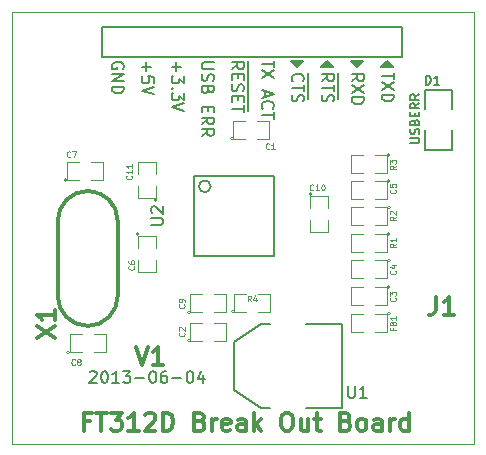
<source format=gto>
G04 (created by PCBNEW (2013-mar-13)-testing) date Sun 09 Jun 2013 10:04:26 PM EDT*
%MOIN*%
G04 Gerber Fmt 3.4, Leading zero omitted, Abs format*
%FSLAX34Y34*%
G01*
G70*
G90*
G04 APERTURE LIST*
%ADD10C,0.005906*%
%ADD11C,0.007874*%
%ADD12C,0.011811*%
%ADD13C,0.003937*%
%ADD14C,0.003900*%
%ADD15C,0.005000*%
%ADD16C,0.012500*%
%ADD17C,0.008000*%
%ADD18C,0.004300*%
%ADD19C,0.012000*%
G04 APERTURE END LIST*
G54D10*
X95074Y-52179D02*
X95313Y-52179D01*
X95341Y-52165D01*
X95355Y-52151D01*
X95369Y-52123D01*
X95369Y-52066D01*
X95355Y-52038D01*
X95341Y-52024D01*
X95313Y-52010D01*
X95074Y-52010D01*
X95355Y-51884D02*
X95369Y-51841D01*
X95369Y-51771D01*
X95355Y-51743D01*
X95341Y-51729D01*
X95313Y-51715D01*
X95285Y-51715D01*
X95257Y-51729D01*
X95243Y-51743D01*
X95229Y-51771D01*
X95215Y-51827D01*
X95201Y-51856D01*
X95187Y-51870D01*
X95158Y-51884D01*
X95130Y-51884D01*
X95102Y-51870D01*
X95088Y-51856D01*
X95074Y-51827D01*
X95074Y-51757D01*
X95088Y-51715D01*
X95215Y-51490D02*
X95229Y-51448D01*
X95243Y-51434D01*
X95271Y-51420D01*
X95313Y-51420D01*
X95341Y-51434D01*
X95355Y-51448D01*
X95369Y-51476D01*
X95369Y-51588D01*
X95074Y-51588D01*
X95074Y-51490D01*
X95088Y-51462D01*
X95102Y-51448D01*
X95130Y-51434D01*
X95158Y-51434D01*
X95187Y-51448D01*
X95201Y-51462D01*
X95215Y-51490D01*
X95215Y-51588D01*
X95215Y-51293D02*
X95215Y-51195D01*
X95369Y-51152D02*
X95369Y-51293D01*
X95074Y-51293D01*
X95074Y-51152D01*
X95369Y-50857D02*
X95229Y-50956D01*
X95369Y-51026D02*
X95074Y-51026D01*
X95074Y-50913D01*
X95088Y-50885D01*
X95102Y-50871D01*
X95130Y-50857D01*
X95172Y-50857D01*
X95201Y-50871D01*
X95215Y-50885D01*
X95229Y-50913D01*
X95229Y-51026D01*
X95369Y-50562D02*
X95229Y-50660D01*
X95369Y-50731D02*
X95074Y-50731D01*
X95074Y-50618D01*
X95088Y-50590D01*
X95102Y-50576D01*
X95130Y-50562D01*
X95172Y-50562D01*
X95201Y-50576D01*
X95215Y-50590D01*
X95229Y-50618D01*
X95229Y-50731D01*
G54D11*
X84387Y-59821D02*
X84406Y-59803D01*
X84443Y-59784D01*
X84537Y-59784D01*
X84575Y-59803D01*
X84593Y-59821D01*
X84612Y-59859D01*
X84612Y-59896D01*
X84593Y-59953D01*
X84368Y-60178D01*
X84612Y-60178D01*
X84856Y-59784D02*
X84893Y-59784D01*
X84931Y-59803D01*
X84950Y-59821D01*
X84968Y-59859D01*
X84987Y-59934D01*
X84987Y-60028D01*
X84968Y-60103D01*
X84950Y-60140D01*
X84931Y-60159D01*
X84893Y-60178D01*
X84856Y-60178D01*
X84818Y-60159D01*
X84800Y-60140D01*
X84781Y-60103D01*
X84762Y-60028D01*
X84762Y-59934D01*
X84781Y-59859D01*
X84800Y-59821D01*
X84818Y-59803D01*
X84856Y-59784D01*
X85362Y-60178D02*
X85137Y-60178D01*
X85250Y-60178D02*
X85250Y-59784D01*
X85212Y-59840D01*
X85175Y-59878D01*
X85137Y-59896D01*
X85493Y-59784D02*
X85737Y-59784D01*
X85606Y-59934D01*
X85662Y-59934D01*
X85700Y-59953D01*
X85718Y-59971D01*
X85737Y-60009D01*
X85737Y-60103D01*
X85718Y-60140D01*
X85700Y-60159D01*
X85662Y-60178D01*
X85550Y-60178D01*
X85512Y-60159D01*
X85493Y-60140D01*
X85906Y-60028D02*
X86206Y-60028D01*
X86468Y-59784D02*
X86506Y-59784D01*
X86543Y-59803D01*
X86562Y-59821D01*
X86581Y-59859D01*
X86599Y-59934D01*
X86599Y-60028D01*
X86581Y-60103D01*
X86562Y-60140D01*
X86543Y-60159D01*
X86506Y-60178D01*
X86468Y-60178D01*
X86431Y-60159D01*
X86412Y-60140D01*
X86393Y-60103D01*
X86374Y-60028D01*
X86374Y-59934D01*
X86393Y-59859D01*
X86412Y-59821D01*
X86431Y-59803D01*
X86468Y-59784D01*
X86937Y-59784D02*
X86862Y-59784D01*
X86824Y-59803D01*
X86806Y-59821D01*
X86768Y-59878D01*
X86749Y-59953D01*
X86749Y-60103D01*
X86768Y-60140D01*
X86787Y-60159D01*
X86824Y-60178D01*
X86899Y-60178D01*
X86937Y-60159D01*
X86956Y-60140D01*
X86974Y-60103D01*
X86974Y-60009D01*
X86956Y-59971D01*
X86937Y-59953D01*
X86899Y-59934D01*
X86824Y-59934D01*
X86787Y-59953D01*
X86768Y-59971D01*
X86749Y-60009D01*
X87143Y-60028D02*
X87443Y-60028D01*
X87706Y-59784D02*
X87743Y-59784D01*
X87781Y-59803D01*
X87799Y-59821D01*
X87818Y-59859D01*
X87837Y-59934D01*
X87837Y-60028D01*
X87818Y-60103D01*
X87799Y-60140D01*
X87781Y-60159D01*
X87743Y-60178D01*
X87706Y-60178D01*
X87668Y-60159D01*
X87649Y-60140D01*
X87631Y-60103D01*
X87612Y-60028D01*
X87612Y-59934D01*
X87631Y-59859D01*
X87649Y-59821D01*
X87668Y-59803D01*
X87706Y-59784D01*
X88174Y-59915D02*
X88174Y-60178D01*
X88081Y-59765D02*
X87987Y-60046D01*
X88231Y-60046D01*
G54D12*
X85921Y-58976D02*
X86118Y-59567D01*
X86315Y-58976D01*
X86821Y-59567D02*
X86484Y-59567D01*
X86653Y-59567D02*
X86653Y-58976D01*
X86596Y-59060D01*
X86540Y-59117D01*
X86484Y-59145D01*
X84383Y-61457D02*
X84186Y-61457D01*
X84186Y-61767D02*
X84186Y-61176D01*
X84467Y-61176D01*
X84608Y-61176D02*
X84945Y-61176D01*
X84777Y-61767D02*
X84777Y-61176D01*
X85086Y-61176D02*
X85452Y-61176D01*
X85255Y-61401D01*
X85339Y-61401D01*
X85395Y-61429D01*
X85423Y-61457D01*
X85452Y-61514D01*
X85452Y-61654D01*
X85423Y-61710D01*
X85395Y-61739D01*
X85339Y-61767D01*
X85170Y-61767D01*
X85114Y-61739D01*
X85086Y-61710D01*
X86014Y-61767D02*
X85677Y-61767D01*
X85845Y-61767D02*
X85845Y-61176D01*
X85789Y-61260D01*
X85733Y-61317D01*
X85677Y-61345D01*
X86239Y-61232D02*
X86267Y-61204D01*
X86323Y-61176D01*
X86464Y-61176D01*
X86520Y-61204D01*
X86548Y-61232D01*
X86576Y-61289D01*
X86576Y-61345D01*
X86548Y-61429D01*
X86211Y-61767D01*
X86576Y-61767D01*
X86830Y-61767D02*
X86830Y-61176D01*
X86970Y-61176D01*
X87055Y-61204D01*
X87111Y-61260D01*
X87139Y-61317D01*
X87167Y-61429D01*
X87167Y-61514D01*
X87139Y-61626D01*
X87111Y-61682D01*
X87055Y-61739D01*
X86970Y-61767D01*
X86830Y-61767D01*
X88067Y-61457D02*
X88151Y-61485D01*
X88179Y-61514D01*
X88207Y-61570D01*
X88207Y-61654D01*
X88179Y-61710D01*
X88151Y-61739D01*
X88095Y-61767D01*
X87870Y-61767D01*
X87870Y-61176D01*
X88067Y-61176D01*
X88123Y-61204D01*
X88151Y-61232D01*
X88179Y-61289D01*
X88179Y-61345D01*
X88151Y-61401D01*
X88123Y-61429D01*
X88067Y-61457D01*
X87870Y-61457D01*
X88461Y-61767D02*
X88461Y-61373D01*
X88461Y-61485D02*
X88489Y-61429D01*
X88517Y-61401D01*
X88573Y-61373D01*
X88629Y-61373D01*
X89051Y-61739D02*
X88995Y-61767D01*
X88882Y-61767D01*
X88826Y-61739D01*
X88798Y-61682D01*
X88798Y-61457D01*
X88826Y-61401D01*
X88882Y-61373D01*
X88995Y-61373D01*
X89051Y-61401D01*
X89079Y-61457D01*
X89079Y-61514D01*
X88798Y-61570D01*
X89585Y-61767D02*
X89585Y-61457D01*
X89557Y-61401D01*
X89501Y-61373D01*
X89389Y-61373D01*
X89332Y-61401D01*
X89585Y-61739D02*
X89529Y-61767D01*
X89389Y-61767D01*
X89332Y-61739D01*
X89304Y-61682D01*
X89304Y-61626D01*
X89332Y-61570D01*
X89389Y-61542D01*
X89529Y-61542D01*
X89585Y-61514D01*
X89867Y-61767D02*
X89867Y-61176D01*
X89923Y-61542D02*
X90092Y-61767D01*
X90092Y-61373D02*
X89867Y-61598D01*
X90907Y-61176D02*
X91020Y-61176D01*
X91076Y-61204D01*
X91132Y-61260D01*
X91160Y-61373D01*
X91160Y-61570D01*
X91132Y-61682D01*
X91076Y-61739D01*
X91020Y-61767D01*
X90907Y-61767D01*
X90851Y-61739D01*
X90795Y-61682D01*
X90767Y-61570D01*
X90767Y-61373D01*
X90795Y-61260D01*
X90851Y-61204D01*
X90907Y-61176D01*
X91666Y-61373D02*
X91666Y-61767D01*
X91413Y-61373D02*
X91413Y-61682D01*
X91441Y-61739D01*
X91498Y-61767D01*
X91582Y-61767D01*
X91638Y-61739D01*
X91666Y-61710D01*
X91863Y-61373D02*
X92088Y-61373D01*
X91948Y-61176D02*
X91948Y-61682D01*
X91976Y-61739D01*
X92032Y-61767D01*
X92088Y-61767D01*
X92932Y-61457D02*
X93016Y-61485D01*
X93044Y-61514D01*
X93073Y-61570D01*
X93073Y-61654D01*
X93044Y-61710D01*
X93016Y-61739D01*
X92960Y-61767D01*
X92735Y-61767D01*
X92735Y-61176D01*
X92932Y-61176D01*
X92988Y-61204D01*
X93016Y-61232D01*
X93044Y-61289D01*
X93044Y-61345D01*
X93016Y-61401D01*
X92988Y-61429D01*
X92932Y-61457D01*
X92735Y-61457D01*
X93410Y-61767D02*
X93354Y-61739D01*
X93326Y-61710D01*
X93297Y-61654D01*
X93297Y-61485D01*
X93326Y-61429D01*
X93354Y-61401D01*
X93410Y-61373D01*
X93494Y-61373D01*
X93551Y-61401D01*
X93579Y-61429D01*
X93607Y-61485D01*
X93607Y-61654D01*
X93579Y-61710D01*
X93551Y-61739D01*
X93494Y-61767D01*
X93410Y-61767D01*
X94113Y-61767D02*
X94113Y-61457D01*
X94085Y-61401D01*
X94029Y-61373D01*
X93916Y-61373D01*
X93860Y-61401D01*
X94113Y-61739D02*
X94057Y-61767D01*
X93916Y-61767D01*
X93860Y-61739D01*
X93832Y-61682D01*
X93832Y-61626D01*
X93860Y-61570D01*
X93916Y-61542D01*
X94057Y-61542D01*
X94113Y-61514D01*
X94394Y-61767D02*
X94394Y-61373D01*
X94394Y-61485D02*
X94422Y-61429D01*
X94450Y-61401D01*
X94507Y-61373D01*
X94563Y-61373D01*
X95013Y-61767D02*
X95013Y-61176D01*
X95013Y-61739D02*
X94957Y-61767D01*
X94844Y-61767D01*
X94788Y-61739D01*
X94760Y-61710D01*
X94732Y-61654D01*
X94732Y-61485D01*
X94760Y-61429D01*
X94788Y-61401D01*
X94844Y-61373D01*
X94957Y-61373D01*
X95013Y-61401D01*
G54D11*
X92295Y-49506D02*
X92295Y-49606D01*
X92345Y-49606D02*
X92395Y-49606D01*
X92295Y-49556D02*
X92345Y-49606D01*
X92195Y-49656D02*
X92295Y-49556D01*
X92495Y-49656D02*
X92095Y-49656D01*
X92295Y-49456D02*
X92495Y-49656D01*
X92295Y-49456D02*
X92095Y-49656D01*
X91295Y-49606D02*
X91295Y-49506D01*
X91245Y-49506D02*
X91195Y-49506D01*
X91295Y-49556D02*
X91245Y-49506D01*
X91395Y-49456D02*
X91295Y-49556D01*
X91095Y-49456D02*
X91495Y-49456D01*
X91295Y-49656D02*
X91095Y-49456D01*
X91295Y-49656D02*
X91495Y-49456D01*
X94195Y-49606D02*
X94295Y-49506D01*
X94395Y-49606D02*
X94195Y-49606D01*
X94295Y-49506D02*
X94395Y-49606D01*
X94095Y-49656D02*
X94495Y-49656D01*
X94295Y-49456D02*
X94095Y-49656D01*
X94295Y-49456D02*
X94495Y-49656D01*
X93295Y-49606D02*
X93295Y-49506D01*
X93295Y-49606D02*
X93345Y-49556D01*
X93195Y-49506D02*
X93295Y-49606D01*
X93395Y-49506D02*
X93195Y-49506D01*
X93495Y-49456D02*
X93095Y-49456D01*
X93295Y-49656D02*
X93495Y-49456D01*
X93095Y-49456D02*
X93295Y-49656D01*
X91645Y-50706D02*
X91645Y-49856D01*
X92645Y-50706D02*
X92645Y-49856D01*
X89645Y-51106D02*
X89645Y-49456D01*
X94515Y-49837D02*
X94515Y-50062D01*
X94121Y-49949D02*
X94515Y-49949D01*
X94515Y-50156D02*
X94121Y-50418D01*
X94515Y-50418D02*
X94121Y-50156D01*
X94121Y-50568D02*
X94515Y-50568D01*
X94515Y-50662D01*
X94496Y-50718D01*
X94459Y-50756D01*
X94421Y-50774D01*
X94346Y-50793D01*
X94290Y-50793D01*
X94215Y-50774D01*
X94178Y-50756D01*
X94140Y-50718D01*
X94121Y-50662D01*
X94121Y-50568D01*
X93121Y-50118D02*
X93309Y-49987D01*
X93121Y-49893D02*
X93515Y-49893D01*
X93515Y-50043D01*
X93496Y-50081D01*
X93478Y-50099D01*
X93440Y-50118D01*
X93384Y-50118D01*
X93346Y-50099D01*
X93328Y-50081D01*
X93309Y-50043D01*
X93309Y-49893D01*
X93515Y-50249D02*
X93121Y-50512D01*
X93515Y-50512D02*
X93121Y-50249D01*
X93121Y-50662D02*
X93515Y-50662D01*
X93515Y-50756D01*
X93496Y-50812D01*
X93459Y-50849D01*
X93421Y-50868D01*
X93346Y-50887D01*
X93290Y-50887D01*
X93215Y-50868D01*
X93178Y-50849D01*
X93140Y-50812D01*
X93121Y-50756D01*
X93121Y-50662D01*
X92121Y-50118D02*
X92309Y-49987D01*
X92121Y-49893D02*
X92515Y-49893D01*
X92515Y-50043D01*
X92496Y-50081D01*
X92478Y-50099D01*
X92440Y-50118D01*
X92384Y-50118D01*
X92346Y-50099D01*
X92328Y-50081D01*
X92309Y-50043D01*
X92309Y-49893D01*
X92515Y-50231D02*
X92515Y-50456D01*
X92121Y-50343D02*
X92515Y-50343D01*
X92140Y-50568D02*
X92121Y-50624D01*
X92121Y-50718D01*
X92140Y-50756D01*
X92159Y-50774D01*
X92196Y-50793D01*
X92234Y-50793D01*
X92271Y-50774D01*
X92290Y-50756D01*
X92309Y-50718D01*
X92328Y-50643D01*
X92346Y-50606D01*
X92365Y-50587D01*
X92403Y-50568D01*
X92440Y-50568D01*
X92478Y-50587D01*
X92496Y-50606D01*
X92515Y-50643D01*
X92515Y-50737D01*
X92496Y-50793D01*
X91159Y-50118D02*
X91140Y-50099D01*
X91121Y-50043D01*
X91121Y-50006D01*
X91140Y-49949D01*
X91178Y-49912D01*
X91215Y-49893D01*
X91290Y-49874D01*
X91346Y-49874D01*
X91421Y-49893D01*
X91459Y-49912D01*
X91496Y-49949D01*
X91515Y-50006D01*
X91515Y-50043D01*
X91496Y-50099D01*
X91478Y-50118D01*
X91515Y-50231D02*
X91515Y-50456D01*
X91121Y-50343D02*
X91515Y-50343D01*
X91140Y-50568D02*
X91121Y-50624D01*
X91121Y-50718D01*
X91140Y-50756D01*
X91159Y-50774D01*
X91196Y-50793D01*
X91234Y-50793D01*
X91271Y-50774D01*
X91290Y-50756D01*
X91309Y-50718D01*
X91328Y-50643D01*
X91346Y-50606D01*
X91365Y-50587D01*
X91403Y-50568D01*
X91440Y-50568D01*
X91478Y-50587D01*
X91496Y-50606D01*
X91515Y-50643D01*
X91515Y-50737D01*
X91496Y-50793D01*
X90515Y-49437D02*
X90515Y-49662D01*
X90121Y-49549D02*
X90515Y-49549D01*
X90515Y-49756D02*
X90121Y-50018D01*
X90515Y-50018D02*
X90121Y-49756D01*
X90234Y-50449D02*
X90234Y-50637D01*
X90121Y-50412D02*
X90515Y-50543D01*
X90121Y-50674D01*
X90159Y-51031D02*
X90140Y-51012D01*
X90121Y-50956D01*
X90121Y-50918D01*
X90140Y-50862D01*
X90178Y-50824D01*
X90215Y-50806D01*
X90290Y-50787D01*
X90346Y-50787D01*
X90421Y-50806D01*
X90459Y-50824D01*
X90496Y-50862D01*
X90515Y-50918D01*
X90515Y-50956D01*
X90496Y-51012D01*
X90478Y-51031D01*
X90515Y-51143D02*
X90515Y-51368D01*
X90121Y-51256D02*
X90515Y-51256D01*
X89121Y-49718D02*
X89309Y-49587D01*
X89121Y-49493D02*
X89515Y-49493D01*
X89515Y-49643D01*
X89496Y-49681D01*
X89478Y-49699D01*
X89440Y-49718D01*
X89384Y-49718D01*
X89346Y-49699D01*
X89328Y-49681D01*
X89309Y-49643D01*
X89309Y-49493D01*
X89328Y-49887D02*
X89328Y-50018D01*
X89121Y-50074D02*
X89121Y-49887D01*
X89515Y-49887D01*
X89515Y-50074D01*
X89140Y-50224D02*
X89121Y-50281D01*
X89121Y-50374D01*
X89140Y-50412D01*
X89159Y-50431D01*
X89196Y-50449D01*
X89234Y-50449D01*
X89271Y-50431D01*
X89290Y-50412D01*
X89309Y-50374D01*
X89328Y-50299D01*
X89346Y-50262D01*
X89365Y-50243D01*
X89403Y-50224D01*
X89440Y-50224D01*
X89478Y-50243D01*
X89496Y-50262D01*
X89515Y-50299D01*
X89515Y-50393D01*
X89496Y-50449D01*
X89328Y-50618D02*
X89328Y-50749D01*
X89121Y-50806D02*
X89121Y-50618D01*
X89515Y-50618D01*
X89515Y-50806D01*
X89515Y-50918D02*
X89515Y-51143D01*
X89121Y-51031D02*
X89515Y-51031D01*
X88515Y-49493D02*
X88196Y-49493D01*
X88159Y-49512D01*
X88140Y-49531D01*
X88121Y-49568D01*
X88121Y-49643D01*
X88140Y-49681D01*
X88159Y-49699D01*
X88196Y-49718D01*
X88515Y-49718D01*
X88140Y-49887D02*
X88121Y-49943D01*
X88121Y-50037D01*
X88140Y-50074D01*
X88159Y-50093D01*
X88196Y-50112D01*
X88234Y-50112D01*
X88271Y-50093D01*
X88290Y-50074D01*
X88309Y-50037D01*
X88328Y-49962D01*
X88346Y-49924D01*
X88365Y-49906D01*
X88403Y-49887D01*
X88440Y-49887D01*
X88478Y-49906D01*
X88496Y-49924D01*
X88515Y-49962D01*
X88515Y-50056D01*
X88496Y-50112D01*
X88328Y-50412D02*
X88309Y-50468D01*
X88290Y-50487D01*
X88253Y-50506D01*
X88196Y-50506D01*
X88159Y-50487D01*
X88140Y-50468D01*
X88121Y-50431D01*
X88121Y-50281D01*
X88515Y-50281D01*
X88515Y-50412D01*
X88496Y-50449D01*
X88478Y-50468D01*
X88440Y-50487D01*
X88403Y-50487D01*
X88365Y-50468D01*
X88346Y-50449D01*
X88328Y-50412D01*
X88328Y-50281D01*
X88328Y-50974D02*
X88328Y-51106D01*
X88121Y-51162D02*
X88121Y-50974D01*
X88515Y-50974D01*
X88515Y-51162D01*
X88121Y-51555D02*
X88309Y-51424D01*
X88121Y-51331D02*
X88515Y-51331D01*
X88515Y-51480D01*
X88496Y-51518D01*
X88478Y-51537D01*
X88440Y-51555D01*
X88384Y-51555D01*
X88346Y-51537D01*
X88328Y-51518D01*
X88309Y-51480D01*
X88309Y-51331D01*
X88121Y-51949D02*
X88309Y-51818D01*
X88121Y-51724D02*
X88515Y-51724D01*
X88515Y-51874D01*
X88496Y-51912D01*
X88478Y-51930D01*
X88440Y-51949D01*
X88384Y-51949D01*
X88346Y-51930D01*
X88328Y-51912D01*
X88309Y-51874D01*
X88309Y-51724D01*
X87271Y-49493D02*
X87271Y-49793D01*
X87121Y-49643D02*
X87421Y-49643D01*
X87515Y-49943D02*
X87515Y-50187D01*
X87365Y-50056D01*
X87365Y-50112D01*
X87346Y-50149D01*
X87328Y-50168D01*
X87290Y-50187D01*
X87196Y-50187D01*
X87159Y-50168D01*
X87140Y-50149D01*
X87121Y-50112D01*
X87121Y-49999D01*
X87140Y-49962D01*
X87159Y-49943D01*
X87159Y-50356D02*
X87140Y-50374D01*
X87121Y-50356D01*
X87140Y-50337D01*
X87159Y-50356D01*
X87121Y-50356D01*
X87515Y-50506D02*
X87515Y-50749D01*
X87365Y-50618D01*
X87365Y-50674D01*
X87346Y-50712D01*
X87328Y-50731D01*
X87290Y-50749D01*
X87196Y-50749D01*
X87159Y-50731D01*
X87140Y-50712D01*
X87121Y-50674D01*
X87121Y-50562D01*
X87140Y-50524D01*
X87159Y-50506D01*
X87515Y-50862D02*
X87121Y-50993D01*
X87515Y-51124D01*
X86271Y-49493D02*
X86271Y-49793D01*
X86121Y-49643D02*
X86421Y-49643D01*
X86515Y-50168D02*
X86515Y-49981D01*
X86328Y-49962D01*
X86346Y-49981D01*
X86365Y-50018D01*
X86365Y-50112D01*
X86346Y-50149D01*
X86328Y-50168D01*
X86290Y-50187D01*
X86196Y-50187D01*
X86159Y-50168D01*
X86140Y-50149D01*
X86121Y-50112D01*
X86121Y-50018D01*
X86140Y-49981D01*
X86159Y-49962D01*
X86515Y-50299D02*
X86121Y-50431D01*
X86515Y-50562D01*
X85496Y-49699D02*
X85515Y-49662D01*
X85515Y-49606D01*
X85496Y-49549D01*
X85459Y-49512D01*
X85421Y-49493D01*
X85346Y-49474D01*
X85290Y-49474D01*
X85215Y-49493D01*
X85178Y-49512D01*
X85140Y-49549D01*
X85121Y-49606D01*
X85121Y-49643D01*
X85140Y-49699D01*
X85159Y-49718D01*
X85290Y-49718D01*
X85290Y-49643D01*
X85121Y-49887D02*
X85515Y-49887D01*
X85121Y-50112D01*
X85515Y-50112D01*
X85121Y-50299D02*
X85515Y-50299D01*
X85515Y-50393D01*
X85496Y-50449D01*
X85459Y-50487D01*
X85421Y-50506D01*
X85346Y-50524D01*
X85290Y-50524D01*
X85215Y-50506D01*
X85178Y-50487D01*
X85140Y-50449D01*
X85121Y-50393D01*
X85121Y-50299D01*
G54D13*
X81800Y-62200D02*
X81800Y-47800D01*
X97200Y-62200D02*
X81800Y-62200D01*
X97200Y-47800D02*
X97200Y-62200D01*
X81800Y-47800D02*
X97200Y-47800D01*
G54D14*
X89172Y-52037D02*
G75*
G03X89172Y-52037I-50J0D01*
G74*
G01*
X89572Y-52037D02*
X89172Y-52037D01*
X89172Y-52037D02*
X89172Y-51437D01*
X89172Y-51437D02*
X89572Y-51437D01*
X89972Y-51437D02*
X90372Y-51437D01*
X90372Y-51437D02*
X90372Y-52037D01*
X90372Y-52037D02*
X89972Y-52037D01*
X87735Y-58769D02*
G75*
G03X87735Y-58769I-50J0D01*
G74*
G01*
X88135Y-58769D02*
X87735Y-58769D01*
X87735Y-58769D02*
X87735Y-58169D01*
X87735Y-58169D02*
X88135Y-58169D01*
X88535Y-58169D02*
X88935Y-58169D01*
X88935Y-58169D02*
X88935Y-58769D01*
X88935Y-58769D02*
X88535Y-58769D01*
X94400Y-56983D02*
G75*
G03X94400Y-56983I-50J0D01*
G74*
G01*
X93900Y-56983D02*
X94300Y-56983D01*
X94300Y-56983D02*
X94300Y-57583D01*
X94300Y-57583D02*
X93900Y-57583D01*
X93500Y-57583D02*
X93100Y-57583D01*
X93100Y-57583D02*
X93100Y-56983D01*
X93100Y-56983D02*
X93500Y-56983D01*
X94400Y-56097D02*
G75*
G03X94400Y-56097I-50J0D01*
G74*
G01*
X93900Y-56097D02*
X94300Y-56097D01*
X94300Y-56097D02*
X94300Y-56697D01*
X94300Y-56697D02*
X93900Y-56697D01*
X93500Y-56697D02*
X93100Y-56697D01*
X93100Y-56697D02*
X93100Y-56097D01*
X93100Y-56097D02*
X93500Y-56097D01*
X94400Y-53440D02*
G75*
G03X94400Y-53440I-50J0D01*
G74*
G01*
X93900Y-53440D02*
X94300Y-53440D01*
X94300Y-53440D02*
X94300Y-54040D01*
X94300Y-54040D02*
X93900Y-54040D01*
X93500Y-54040D02*
X93100Y-54040D01*
X93100Y-54040D02*
X93100Y-53440D01*
X93100Y-53440D02*
X93500Y-53440D01*
X86038Y-55220D02*
G75*
G03X86038Y-55220I-50J0D01*
G74*
G01*
X85988Y-55670D02*
X85988Y-55270D01*
X85988Y-55270D02*
X86588Y-55270D01*
X86588Y-55270D02*
X86588Y-55670D01*
X86588Y-56070D02*
X86588Y-56470D01*
X86588Y-56470D02*
X85988Y-56470D01*
X85988Y-56470D02*
X85988Y-56070D01*
X83640Y-53414D02*
G75*
G03X83640Y-53414I-50J0D01*
G74*
G01*
X84040Y-53414D02*
X83640Y-53414D01*
X83640Y-53414D02*
X83640Y-52814D01*
X83640Y-52814D02*
X84040Y-52814D01*
X84440Y-52814D02*
X84840Y-52814D01*
X84840Y-52814D02*
X84840Y-53414D01*
X84840Y-53414D02*
X84440Y-53414D01*
X83719Y-59162D02*
G75*
G03X83719Y-59162I-50J0D01*
G74*
G01*
X84119Y-59162D02*
X83719Y-59162D01*
X83719Y-59162D02*
X83719Y-58562D01*
X83719Y-58562D02*
X84119Y-58562D01*
X84519Y-58562D02*
X84919Y-58562D01*
X84919Y-58562D02*
X84919Y-59162D01*
X84919Y-59162D02*
X84519Y-59162D01*
G54D15*
X95550Y-52400D02*
X96450Y-52400D01*
X96450Y-52400D02*
X96450Y-51750D01*
X95550Y-51050D02*
X95550Y-50400D01*
X95550Y-50400D02*
X96450Y-50400D01*
X96450Y-50400D02*
X96450Y-51050D01*
X95550Y-51750D02*
X95550Y-52400D01*
G54D14*
X94400Y-57869D02*
G75*
G03X94400Y-57869I-50J0D01*
G74*
G01*
X93900Y-57869D02*
X94300Y-57869D01*
X94300Y-57869D02*
X94300Y-58469D01*
X94300Y-58469D02*
X93900Y-58469D01*
X93500Y-58469D02*
X93100Y-58469D01*
X93100Y-58469D02*
X93100Y-57869D01*
X93100Y-57869D02*
X93500Y-57869D01*
G54D10*
X94800Y-49300D02*
X84800Y-49300D01*
X84800Y-49300D02*
X84800Y-48300D01*
X84800Y-48300D02*
X94800Y-48300D01*
X94800Y-48300D02*
X94800Y-49300D01*
G54D14*
X94400Y-55211D02*
G75*
G03X94400Y-55211I-50J0D01*
G74*
G01*
X93900Y-55211D02*
X94300Y-55211D01*
X94300Y-55211D02*
X94300Y-55811D01*
X94300Y-55811D02*
X93900Y-55811D01*
X93500Y-55811D02*
X93100Y-55811D01*
X93100Y-55811D02*
X93100Y-55211D01*
X93100Y-55211D02*
X93500Y-55211D01*
X94400Y-54325D02*
G75*
G03X94400Y-54325I-50J0D01*
G74*
G01*
X93900Y-54325D02*
X94300Y-54325D01*
X94300Y-54325D02*
X94300Y-54925D01*
X94300Y-54925D02*
X93900Y-54925D01*
X93500Y-54925D02*
X93100Y-54925D01*
X93100Y-54925D02*
X93100Y-54325D01*
X93100Y-54325D02*
X93500Y-54325D01*
X94389Y-52578D02*
G75*
G03X94389Y-52578I-50J0D01*
G74*
G01*
X93889Y-52578D02*
X94289Y-52578D01*
X94289Y-52578D02*
X94289Y-53178D01*
X94289Y-53178D02*
X93889Y-53178D01*
X93489Y-53178D02*
X93089Y-53178D01*
X93089Y-53178D02*
X93089Y-52578D01*
X93089Y-52578D02*
X93489Y-52578D01*
G54D16*
X83319Y-54778D02*
X83319Y-57278D01*
X85319Y-54778D02*
X85319Y-57278D01*
X84319Y-58278D02*
G75*
G03X85319Y-57278I0J1000D01*
G74*
G01*
X83319Y-57278D02*
G75*
G03X84319Y-58278I1000J0D01*
G74*
G01*
X85319Y-54778D02*
G75*
G03X84319Y-53778I-1000J0D01*
G74*
G01*
X84319Y-53778D02*
G75*
G03X83319Y-54778I0J-1000D01*
G74*
G01*
G54D17*
X91600Y-61000D02*
X92800Y-61000D01*
X92800Y-61000D02*
X92800Y-58200D01*
X92800Y-58200D02*
X91600Y-58200D01*
X90400Y-61000D02*
X90100Y-61000D01*
X90100Y-61000D02*
X89200Y-60400D01*
X89200Y-60400D02*
X89200Y-58800D01*
X89200Y-58800D02*
X90100Y-58200D01*
X90100Y-58200D02*
X90400Y-58200D01*
G54D14*
X87735Y-57824D02*
G75*
G03X87735Y-57824I-50J0D01*
G74*
G01*
X88135Y-57824D02*
X87735Y-57824D01*
X87735Y-57824D02*
X87735Y-57224D01*
X87735Y-57224D02*
X88135Y-57224D01*
X88535Y-57224D02*
X88935Y-57224D01*
X88935Y-57224D02*
X88935Y-57824D01*
X88935Y-57824D02*
X88535Y-57824D01*
X91786Y-53882D02*
G75*
G03X91786Y-53882I-50J0D01*
G74*
G01*
X91736Y-54332D02*
X91736Y-53932D01*
X91736Y-53932D02*
X92336Y-53932D01*
X92336Y-53932D02*
X92336Y-54332D01*
X92336Y-54732D02*
X92336Y-55132D01*
X92336Y-55132D02*
X91736Y-55132D01*
X91736Y-55132D02*
X91736Y-54732D01*
X86638Y-54079D02*
G75*
G03X86638Y-54079I-50J0D01*
G74*
G01*
X86588Y-53629D02*
X86588Y-54029D01*
X86588Y-54029D02*
X85988Y-54029D01*
X85988Y-54029D02*
X85988Y-53629D01*
X85988Y-53229D02*
X85988Y-52829D01*
X85988Y-52829D02*
X86588Y-52829D01*
X86588Y-52829D02*
X86588Y-53229D01*
X89200Y-57800D02*
G75*
G03X89200Y-57800I-50J0D01*
G74*
G01*
X89600Y-57800D02*
X89200Y-57800D01*
X89200Y-57800D02*
X89200Y-57200D01*
X89200Y-57200D02*
X89600Y-57200D01*
X90000Y-57200D02*
X90400Y-57200D01*
X90400Y-57200D02*
X90400Y-57800D01*
X90400Y-57800D02*
X90000Y-57800D01*
G54D10*
X88414Y-53626D02*
G75*
G03X88414Y-53626I-196J0D01*
G74*
G01*
X90540Y-53272D02*
X90540Y-55949D01*
X90540Y-55949D02*
X87862Y-55949D01*
X87862Y-55949D02*
X87862Y-53272D01*
X87862Y-53272D02*
X90540Y-53272D01*
G54D18*
X90367Y-52370D02*
X90357Y-52379D01*
X90329Y-52389D01*
X90310Y-52389D01*
X90282Y-52379D01*
X90263Y-52360D01*
X90254Y-52342D01*
X90245Y-52304D01*
X90245Y-52276D01*
X90254Y-52239D01*
X90263Y-52220D01*
X90282Y-52201D01*
X90310Y-52192D01*
X90329Y-52192D01*
X90357Y-52201D01*
X90367Y-52210D01*
X90554Y-52389D02*
X90442Y-52389D01*
X90498Y-52389D02*
X90498Y-52192D01*
X90479Y-52220D01*
X90460Y-52239D01*
X90442Y-52248D01*
X87528Y-58506D02*
X87538Y-58516D01*
X87547Y-58544D01*
X87547Y-58563D01*
X87538Y-58591D01*
X87519Y-58610D01*
X87500Y-58619D01*
X87462Y-58628D01*
X87434Y-58628D01*
X87397Y-58619D01*
X87378Y-58610D01*
X87359Y-58591D01*
X87350Y-58563D01*
X87350Y-58544D01*
X87359Y-58516D01*
X87369Y-58506D01*
X87369Y-58431D02*
X87359Y-58422D01*
X87350Y-58403D01*
X87350Y-58356D01*
X87359Y-58337D01*
X87369Y-58328D01*
X87387Y-58319D01*
X87406Y-58319D01*
X87434Y-58328D01*
X87547Y-58441D01*
X87547Y-58319D01*
X94570Y-57332D02*
X94579Y-57342D01*
X94589Y-57370D01*
X94589Y-57389D01*
X94579Y-57417D01*
X94560Y-57436D01*
X94542Y-57445D01*
X94504Y-57454D01*
X94476Y-57454D01*
X94439Y-57445D01*
X94420Y-57436D01*
X94401Y-57417D01*
X94392Y-57389D01*
X94392Y-57370D01*
X94401Y-57342D01*
X94410Y-57332D01*
X94392Y-57267D02*
X94392Y-57145D01*
X94467Y-57210D01*
X94467Y-57182D01*
X94476Y-57163D01*
X94485Y-57154D01*
X94504Y-57145D01*
X94551Y-57145D01*
X94570Y-57154D01*
X94579Y-57163D01*
X94589Y-57182D01*
X94589Y-57239D01*
X94579Y-57257D01*
X94570Y-57267D01*
X94570Y-56432D02*
X94579Y-56442D01*
X94589Y-56470D01*
X94589Y-56489D01*
X94579Y-56517D01*
X94560Y-56536D01*
X94542Y-56545D01*
X94504Y-56554D01*
X94476Y-56554D01*
X94439Y-56545D01*
X94420Y-56536D01*
X94401Y-56517D01*
X94392Y-56489D01*
X94392Y-56470D01*
X94401Y-56442D01*
X94410Y-56432D01*
X94457Y-56263D02*
X94589Y-56263D01*
X94382Y-56310D02*
X94523Y-56357D01*
X94523Y-56235D01*
X94570Y-53732D02*
X94579Y-53742D01*
X94589Y-53770D01*
X94589Y-53789D01*
X94579Y-53817D01*
X94560Y-53836D01*
X94542Y-53845D01*
X94504Y-53854D01*
X94476Y-53854D01*
X94439Y-53845D01*
X94420Y-53836D01*
X94401Y-53817D01*
X94392Y-53789D01*
X94392Y-53770D01*
X94401Y-53742D01*
X94410Y-53732D01*
X94392Y-53554D02*
X94392Y-53648D01*
X94485Y-53657D01*
X94476Y-53648D01*
X94467Y-53629D01*
X94467Y-53582D01*
X94476Y-53563D01*
X94485Y-53554D01*
X94504Y-53545D01*
X94551Y-53545D01*
X94570Y-53554D01*
X94579Y-53563D01*
X94589Y-53582D01*
X94589Y-53629D01*
X94579Y-53648D01*
X94570Y-53657D01*
X85855Y-56282D02*
X85864Y-56291D01*
X85874Y-56319D01*
X85874Y-56338D01*
X85864Y-56366D01*
X85846Y-56385D01*
X85827Y-56395D01*
X85789Y-56404D01*
X85761Y-56404D01*
X85724Y-56395D01*
X85705Y-56385D01*
X85686Y-56366D01*
X85677Y-56338D01*
X85677Y-56319D01*
X85686Y-56291D01*
X85695Y-56282D01*
X85677Y-56113D02*
X85677Y-56151D01*
X85686Y-56169D01*
X85695Y-56179D01*
X85724Y-56198D01*
X85761Y-56207D01*
X85836Y-56207D01*
X85855Y-56198D01*
X85864Y-56188D01*
X85874Y-56169D01*
X85874Y-56132D01*
X85864Y-56113D01*
X85855Y-56104D01*
X85836Y-56094D01*
X85789Y-56094D01*
X85770Y-56104D01*
X85761Y-56113D01*
X85752Y-56132D01*
X85752Y-56169D01*
X85761Y-56188D01*
X85770Y-56198D01*
X85789Y-56207D01*
X83735Y-52634D02*
X83726Y-52643D01*
X83698Y-52652D01*
X83679Y-52652D01*
X83651Y-52643D01*
X83632Y-52624D01*
X83623Y-52605D01*
X83613Y-52568D01*
X83613Y-52540D01*
X83623Y-52502D01*
X83632Y-52484D01*
X83651Y-52465D01*
X83679Y-52455D01*
X83698Y-52455D01*
X83726Y-52465D01*
X83735Y-52474D01*
X83801Y-52455D02*
X83932Y-52455D01*
X83848Y-52652D01*
X83893Y-59563D02*
X83883Y-59572D01*
X83855Y-59582D01*
X83836Y-59582D01*
X83808Y-59572D01*
X83789Y-59553D01*
X83780Y-59535D01*
X83771Y-59497D01*
X83771Y-59469D01*
X83780Y-59431D01*
X83789Y-59413D01*
X83808Y-59394D01*
X83836Y-59385D01*
X83855Y-59385D01*
X83883Y-59394D01*
X83893Y-59403D01*
X84005Y-59469D02*
X83986Y-59460D01*
X83977Y-59450D01*
X83968Y-59431D01*
X83968Y-59422D01*
X83977Y-59403D01*
X83986Y-59394D01*
X84005Y-59385D01*
X84043Y-59385D01*
X84062Y-59394D01*
X84071Y-59403D01*
X84080Y-59422D01*
X84080Y-59431D01*
X84071Y-59450D01*
X84062Y-59460D01*
X84043Y-59469D01*
X84005Y-59469D01*
X83986Y-59478D01*
X83977Y-59488D01*
X83968Y-59506D01*
X83968Y-59544D01*
X83977Y-59563D01*
X83986Y-59572D01*
X84005Y-59582D01*
X84043Y-59582D01*
X84062Y-59572D01*
X84071Y-59563D01*
X84080Y-59544D01*
X84080Y-59506D01*
X84071Y-59488D01*
X84062Y-59478D01*
X84043Y-59469D01*
G54D15*
X95578Y-50235D02*
X95578Y-49935D01*
X95650Y-49935D01*
X95692Y-49950D01*
X95721Y-49978D01*
X95735Y-50007D01*
X95750Y-50064D01*
X95750Y-50107D01*
X95735Y-50164D01*
X95721Y-50192D01*
X95692Y-50221D01*
X95650Y-50235D01*
X95578Y-50235D01*
X96035Y-50235D02*
X95864Y-50235D01*
X95950Y-50235D02*
X95950Y-49935D01*
X95921Y-49978D01*
X95892Y-50007D01*
X95864Y-50021D01*
G54D18*
X94485Y-58364D02*
X94485Y-58429D01*
X94589Y-58429D02*
X94392Y-58429D01*
X94392Y-58336D01*
X94485Y-58195D02*
X94495Y-58167D01*
X94504Y-58157D01*
X94523Y-58148D01*
X94551Y-58148D01*
X94570Y-58157D01*
X94579Y-58167D01*
X94589Y-58185D01*
X94589Y-58260D01*
X94392Y-58260D01*
X94392Y-58195D01*
X94401Y-58176D01*
X94410Y-58167D01*
X94429Y-58157D01*
X94448Y-58157D01*
X94467Y-58167D01*
X94476Y-58176D01*
X94485Y-58195D01*
X94485Y-58260D01*
X94589Y-57960D02*
X94589Y-58073D01*
X94589Y-58017D02*
X94392Y-58017D01*
X94420Y-58035D01*
X94439Y-58054D01*
X94448Y-58073D01*
G54D19*
X95930Y-57313D02*
X95930Y-57742D01*
X95902Y-57828D01*
X95844Y-57885D01*
X95759Y-57913D01*
X95702Y-57913D01*
X96530Y-57913D02*
X96187Y-57913D01*
X96359Y-57913D02*
X96359Y-57313D01*
X96302Y-57399D01*
X96244Y-57456D01*
X96187Y-57485D01*
G54D18*
X94589Y-55532D02*
X94495Y-55598D01*
X94589Y-55645D02*
X94392Y-55645D01*
X94392Y-55570D01*
X94401Y-55551D01*
X94410Y-55542D01*
X94429Y-55532D01*
X94457Y-55532D01*
X94476Y-55542D01*
X94485Y-55551D01*
X94495Y-55570D01*
X94495Y-55645D01*
X94589Y-55345D02*
X94589Y-55457D01*
X94589Y-55401D02*
X94392Y-55401D01*
X94420Y-55420D01*
X94439Y-55439D01*
X94448Y-55457D01*
X94589Y-54632D02*
X94495Y-54698D01*
X94589Y-54745D02*
X94392Y-54745D01*
X94392Y-54670D01*
X94401Y-54651D01*
X94410Y-54642D01*
X94429Y-54632D01*
X94457Y-54632D01*
X94476Y-54642D01*
X94485Y-54651D01*
X94495Y-54670D01*
X94495Y-54745D01*
X94410Y-54557D02*
X94401Y-54548D01*
X94392Y-54529D01*
X94392Y-54482D01*
X94401Y-54463D01*
X94410Y-54454D01*
X94429Y-54445D01*
X94448Y-54445D01*
X94476Y-54454D01*
X94589Y-54567D01*
X94589Y-54445D01*
X94589Y-52932D02*
X94495Y-52998D01*
X94589Y-53045D02*
X94392Y-53045D01*
X94392Y-52970D01*
X94401Y-52951D01*
X94410Y-52942D01*
X94429Y-52932D01*
X94457Y-52932D01*
X94476Y-52942D01*
X94485Y-52951D01*
X94495Y-52970D01*
X94495Y-53045D01*
X94392Y-52867D02*
X94392Y-52745D01*
X94467Y-52810D01*
X94467Y-52782D01*
X94476Y-52763D01*
X94485Y-52754D01*
X94504Y-52745D01*
X94551Y-52745D01*
X94570Y-52754D01*
X94579Y-52763D01*
X94589Y-52782D01*
X94589Y-52839D01*
X94579Y-52857D01*
X94570Y-52867D01*
G54D19*
X82613Y-58679D02*
X83213Y-58279D01*
X82613Y-58279D02*
X83213Y-58679D01*
X83213Y-57736D02*
X83213Y-58079D01*
X83213Y-57907D02*
X82613Y-57907D01*
X82698Y-57965D01*
X82756Y-58022D01*
X82784Y-58079D01*
G54D17*
X92995Y-60280D02*
X92995Y-60604D01*
X93014Y-60642D01*
X93033Y-60661D01*
X93071Y-60680D01*
X93147Y-60680D01*
X93185Y-60661D01*
X93204Y-60642D01*
X93223Y-60604D01*
X93223Y-60280D01*
X93623Y-60680D02*
X93395Y-60680D01*
X93509Y-60680D02*
X93509Y-60280D01*
X93471Y-60338D01*
X93433Y-60376D01*
X93395Y-60395D01*
G54D18*
X87528Y-57561D02*
X87538Y-57571D01*
X87547Y-57599D01*
X87547Y-57618D01*
X87538Y-57646D01*
X87519Y-57665D01*
X87500Y-57674D01*
X87462Y-57683D01*
X87434Y-57683D01*
X87397Y-57674D01*
X87378Y-57665D01*
X87359Y-57646D01*
X87350Y-57618D01*
X87350Y-57599D01*
X87359Y-57571D01*
X87369Y-57561D01*
X87547Y-57468D02*
X87547Y-57430D01*
X87538Y-57411D01*
X87528Y-57402D01*
X87500Y-57383D01*
X87462Y-57374D01*
X87387Y-57374D01*
X87369Y-57383D01*
X87359Y-57393D01*
X87350Y-57411D01*
X87350Y-57449D01*
X87359Y-57468D01*
X87369Y-57477D01*
X87387Y-57486D01*
X87434Y-57486D01*
X87453Y-57477D01*
X87462Y-57468D01*
X87472Y-57449D01*
X87472Y-57411D01*
X87462Y-57393D01*
X87453Y-57383D01*
X87434Y-57374D01*
X91839Y-53741D02*
X91830Y-53750D01*
X91801Y-53759D01*
X91783Y-53759D01*
X91755Y-53750D01*
X91736Y-53731D01*
X91726Y-53713D01*
X91717Y-53675D01*
X91717Y-53647D01*
X91726Y-53609D01*
X91736Y-53591D01*
X91755Y-53572D01*
X91783Y-53562D01*
X91801Y-53562D01*
X91830Y-53572D01*
X91839Y-53581D01*
X92027Y-53759D02*
X91914Y-53759D01*
X91970Y-53759D02*
X91970Y-53562D01*
X91952Y-53591D01*
X91933Y-53609D01*
X91914Y-53619D01*
X92149Y-53562D02*
X92167Y-53562D01*
X92186Y-53572D01*
X92195Y-53581D01*
X92205Y-53600D01*
X92214Y-53638D01*
X92214Y-53684D01*
X92205Y-53722D01*
X92195Y-53741D01*
X92186Y-53750D01*
X92167Y-53759D01*
X92149Y-53759D01*
X92130Y-53750D01*
X92120Y-53741D01*
X92111Y-53722D01*
X92102Y-53684D01*
X92102Y-53638D01*
X92111Y-53600D01*
X92120Y-53581D01*
X92130Y-53572D01*
X92149Y-53562D01*
X85776Y-53266D02*
X85786Y-53275D01*
X85795Y-53303D01*
X85795Y-53322D01*
X85786Y-53350D01*
X85767Y-53369D01*
X85748Y-53378D01*
X85710Y-53387D01*
X85682Y-53387D01*
X85645Y-53378D01*
X85626Y-53369D01*
X85607Y-53350D01*
X85598Y-53322D01*
X85598Y-53303D01*
X85607Y-53275D01*
X85617Y-53266D01*
X85795Y-53078D02*
X85795Y-53190D01*
X85795Y-53134D02*
X85598Y-53134D01*
X85626Y-53153D01*
X85645Y-53172D01*
X85654Y-53190D01*
X85795Y-52890D02*
X85795Y-53003D01*
X85795Y-52947D02*
X85598Y-52947D01*
X85626Y-52965D01*
X85645Y-52984D01*
X85654Y-53003D01*
X89767Y-57464D02*
X89701Y-57370D01*
X89654Y-57464D02*
X89654Y-57267D01*
X89729Y-57267D01*
X89748Y-57276D01*
X89757Y-57285D01*
X89767Y-57304D01*
X89767Y-57332D01*
X89757Y-57351D01*
X89748Y-57360D01*
X89729Y-57370D01*
X89654Y-57370D01*
X89936Y-57332D02*
X89936Y-57464D01*
X89889Y-57257D02*
X89842Y-57398D01*
X89964Y-57398D01*
G54D10*
X86426Y-54910D02*
X86745Y-54910D01*
X86783Y-54892D01*
X86801Y-54873D01*
X86820Y-54835D01*
X86820Y-54761D01*
X86801Y-54723D01*
X86783Y-54704D01*
X86745Y-54686D01*
X86426Y-54686D01*
X86464Y-54517D02*
X86445Y-54498D01*
X86426Y-54461D01*
X86426Y-54367D01*
X86445Y-54329D01*
X86464Y-54311D01*
X86501Y-54292D01*
X86539Y-54292D01*
X86595Y-54311D01*
X86820Y-54536D01*
X86820Y-54292D01*
M02*

</source>
